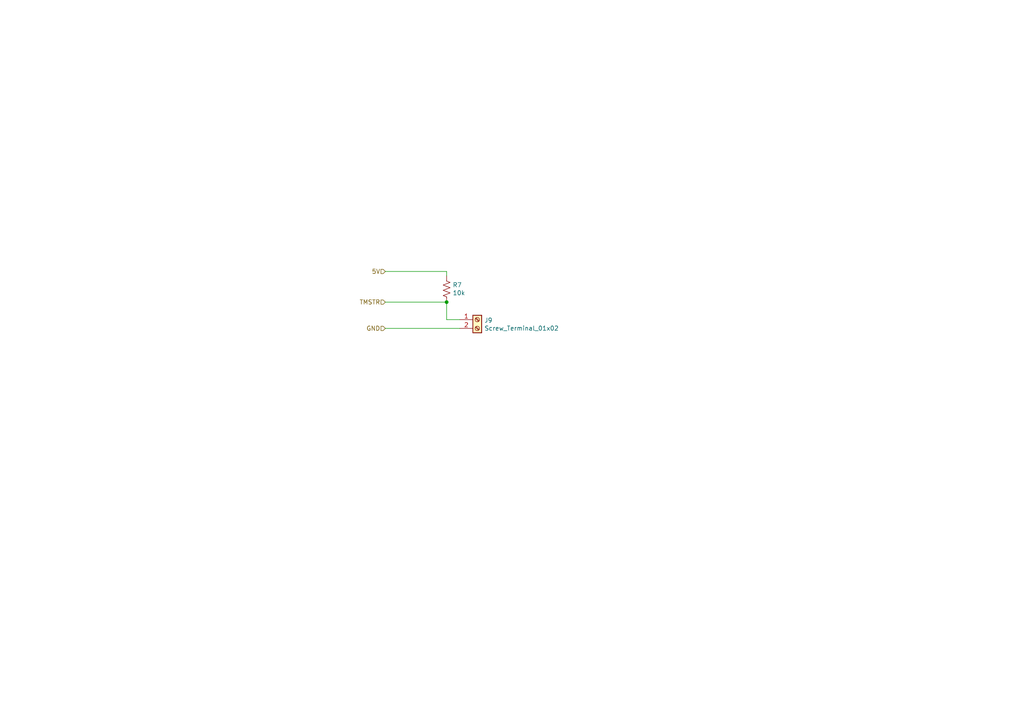
<source format=kicad_sch>
(kicad_sch (version 20231120) (generator "eeschema") (generator_version "8.0")
  (paper "A4")
  (lib_symbols
    (symbol "Connector:Screw_Terminal_01x02" (pin_names (offset 1.016) hide)
      (property "Reference" "J" (at 0 2.54 0))
      (property "Value" "Screw_Terminal_01x02" (at 0 -5.08 0))
      (symbol "Screw_Terminal_01x02_1_1"
        (rectangle (start -1.27 1.27) (end 1.27 -3.81) (stroke (width 0.254)) (fill (type background)))
        (circle (center 0 -2.54) (radius 0.635) (stroke (width 0.1524)))
        (polyline (pts (xy -0.5334 -2.2098) (xy 0.3302 -3.048)) (stroke (width 0.1524)))
        (polyline (pts (xy -0.5334 0.3302) (xy 0.3302 -0.508)) (stroke (width 0.1524)))
        (polyline (pts (xy -0.3556 -2.032) (xy 0.508 -2.8702)) (stroke (width 0.1524)))
        (polyline (pts (xy -0.3556 0.508) (xy 0.508 -0.3302)) (stroke (width 0.1524)))
        (circle (center 0 0) (radius 0.635) (stroke (width 0.1524)))
        (pin passive line (at -5.08 0 0) (length 3.81) (name "Pin_1") (number "1"))
        (pin passive line (at -5.08 -2.54 0) (length 3.81) (name "Pin_2") (number "2"))
      )
    )
    (symbol "Device:R_US" (pin_numbers hide) (pin_names (offset 0))
      (property "Reference" "R" (at 2.54 0 90))
      (property "Value" "R_US" (at -2.54 0 90))
      (symbol "R_US_0_1"
        (polyline (pts (xy 0 -2.286) (xy 0 -2.54)))
        (polyline (pts (xy 0 2.286) (xy 0 2.54)))
        (polyline (pts (xy 0 -0.762) (xy 1.016 -1.143) (xy 0 -1.524) (xy -1.016 -1.905) (xy 0 -2.286)))
        (polyline (pts (xy 0 0.762) (xy 1.016 0.381) (xy 0 0) (xy -1.016 -0.381) (xy 0 -0.762)))
        (polyline (pts (xy 0 2.286) (xy 1.016 1.905) (xy 0 1.524) (xy -1.016 1.143) (xy 0 0.762)))
      )
      (symbol "R_US_1_1"
        (pin passive line (at 0 3.81 270) (length 1.27) (name "~") (number "1"))
        (pin passive line (at 0 -3.81 90) (length 1.27) (name "~") (number "2"))
      )
    )
  )
  (junction (at 129.54 87.63))
  (wire (pts (xy 111.76 87.63) (xy 129.54 87.63)))
  (wire (pts (xy 129.54 78.74) (xy 129.54 80.01)))
  (wire (pts (xy 129.54 87.63) (xy 129.54 92.71)))
  (wire (pts (xy 111.76 78.74) (xy 129.54 78.74)))
  (wire (pts (xy 111.76 95.25) (xy 133.35 95.25)))
  (wire (pts (xy 133.35 92.71) (xy 129.54 92.71)))
  (hierarchical_label "TMSTR" (shape input) (at 111.76 87.63 180))
  (hierarchical_label "5V" (shape input) (at 111.76 78.74 180))
  (hierarchical_label "GND" (shape input) (at 111.76 95.25 180))
  (symbol (lib_id "Connector:Screw_Terminal_01x02") (at 138.43 92.71 0) (unit 1)
    (property "Reference" "J9" (at 140.462 92.9132 0) (effects (justify left)))
    (property "Value" "Screw_Terminal_01x02" (at 140.462 95.2246 0) (effects (justify left)))
    (property "Footprint" "TerminalBlock_Phoenix:TerminalBlock_Phoenix_MPT-0,5-2-2.54_1x02_P2.54mm_Horizontal" (effects (hide yes)))
    (instances (project "BREAD_Slice" (path "" (reference "J9") (unit 1)) (path "" (reference "J10") (unit 1))))
  )
  (symbol (lib_id "Device:R_US") (at 129.54 83.82 0) (unit 1)
    (property "Reference" "R7" (at 131.2672 82.6516 0) (effects (justify left)))
    (property "Value" "10k" (at 131.2672 84.963 0) (effects (justify left)))
    (property "Footprint" "Resistor_SMD:R_1206_3216Metric_Pad1.30x1.75mm_HandSolder" (effects (hide yes)))
    (instances (project "BREAD_Slice" (path "" (reference "R7") (unit 1)) (path "" (reference "R8") (unit 1))))
  )
)
</source>
